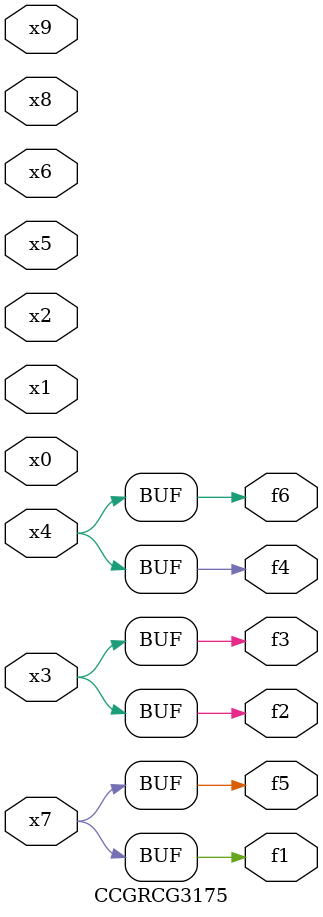
<source format=v>
module CCGRCG3175(
	input x0, x1, x2, x3, x4, x5, x6, x7, x8, x9,
	output f1, f2, f3, f4, f5, f6
);
	assign f1 = x7;
	assign f2 = x3;
	assign f3 = x3;
	assign f4 = x4;
	assign f5 = x7;
	assign f6 = x4;
endmodule

</source>
